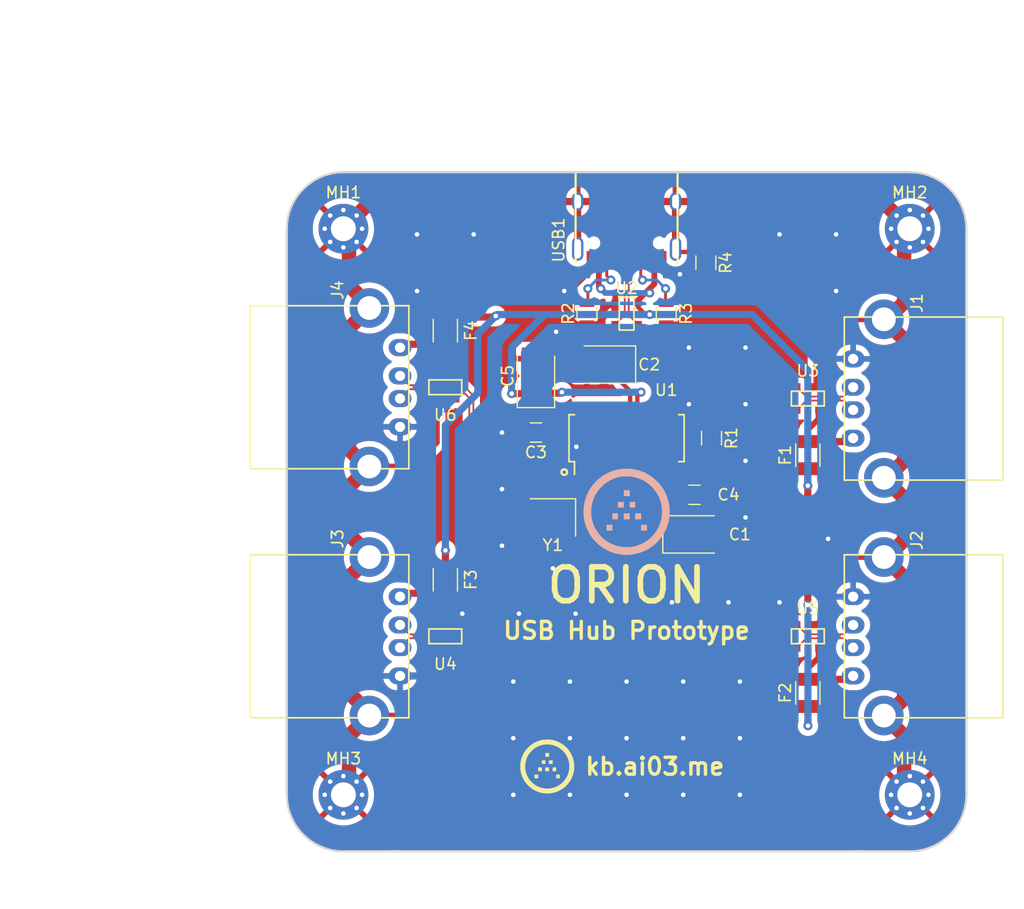
<source format=kicad_pcb>
(kicad_pcb (version 20221018) (generator pcbnew)
  (layers (0 "F.Cu" signal) (31 "B.Cu" signal) (34 "B.Paste" user) (35 "F.Paste" user) (36 "B.SilkS" user "B.Silkscreen") (37 "F.SilkS" user "F.Silkscreen") (38 "B.Mask" user) (39 "F.Mask" user) (44 "Edge.Cuts" user))
  (net 0 "")
  (net 1 "+1V8")
  (net 2 "GND")
  (net 3 "+3V3")
  (net 4 "+5V")
  (net 5 "Net-(R1-Pad1)")
  (net 6 "Net-(R2-Pad2)")
  (net 7 "Net-(R3-Pad2)")
  (net 8 "Net-(U1-Pad27)")
  (net 9 "Net-(U1-Pad25)")
  (net 10 "Net-(U1-Pad24)")
  (net 11 "Net-(U1-Pad23)")
  (net 12 "Net-(U1-Pad22)")
  (net 13 "Net-(U1-Pad3)")
  (net 14 "Net-(U1-Pad2)")
  (net 15 "Net-(USB1-Pad9)")
  (net 16 "Net-(USB1-Pad3)")
  (net 17 "Net-(F1-Pad2)")
  (net 18 "Net-(F2-Pad2)")
  (net 19 "Net-(F3-Pad2)")
  (net 20 "D1-")
  (net 21 "D1+")
  (net 22 "D2+")
  (net 23 "D2-")
  (net 24 "D3-")
  (net 25 "D3+")
  (net 26 "D4+")
  (net 27 "D4-")
  (net 28 "DU+")
  (net 29 "DU-")
  (net 30 "Net-(F4-Pad2)")
  (net 31 "GNDA")
  (footprint "Capacitors_Tantalum_SMD:CP_Tantalum_Case-B_EIA-3528-21_Reflow" (layer "F.Cu") (at 86 72)
    (fp_text reference "C1")
    (fp_text value "10uF")
  )
  (footprint "Capacitors_Tantalum_SMD:CP_Tantalum_Case-B_EIA-3528-21_Reflow" (layer "F.Cu") (at 78 57 180)
    (fp_text reference "C2")
    (fp_text value "10uF")
  )
  (footprint "Capacitors_SMD:C_0805" (layer "F.Cu") (at 72 63 180)
    (fp_text reference "C3")
    (fp_text value "0.1uF")
  )
  (footprint "Capacitors_SMD:C_0805" (layer "F.Cu") (at 86 68.5)
    (fp_text reference "C4")
    (fp_text value "0.1uF")
  )
  (footprint "Capacitors_Tantalum_SMD:CP_Tantalum_Case-B_EIA-3528-21_Reflow" (layer "F.Cu") (at 72 58 90)
    (fp_text reference "C5")
    (fp_text value "10uF")
  )
  (footprint "random-keyboard-parts:USB-A-Generic" (layer "F.Cu") (at 100 81 90)
    (fp_text reference "J2")
    (fp_text value "USB_A")
  )
  (footprint "random-keyboard-parts:USB-A-Generic" (layer "F.Cu") (at 60 59 -90)
    (fp_text reference "J4")
    (fp_text value "USB_A")
  )
  (footprint "Resistors_SMD:R_0805" (layer "F.Cu") (at 87.5 63.5 90)
    (fp_text reference "R1")
    (fp_text value "2.7k")
  )
  (footprint "Resistors_SMD:R_0805" (layer "F.Cu") (at 76.5 52.5 90)
    (fp_text reference "R2")
    (fp_text value "5.1k")
  )
  (footprint "Resistors_SMD:R_0805" (layer "F.Cu") (at 83.5 52.5 90)
    (fp_text reference "R3")
    (fp_text value "5.1k")
  )
  (footprint "Housings_SSOP:SSOP-28_3.9x9.9mm_Pitch0.635mm" (layer "F.Cu") (at 80 63.5 90)
    (fp_text reference "U1")
    (fp_text value "FE1.1s")
  )
  (footprint "Type-C:HRO-TYPE-C-31-M-12-Assembly" (layer "F.Cu") (at 80 40 180)
    (fp_text reference "USB1")
    (fp_text value "HRO-TYPE-C-31-M-12")
  )
  (footprint "random-keyboard-parts:SOT143B" (layer "F.Cu") (at 80 52.5 -90)
    (fp_text reference "U2")
    (fp_text value "PRTR5V0U2X")
  )
  (footprint "Fuse_Holders_and_Fuses:Fuse_SMD1206_Reflow" (layer "F.Cu") (at 96 65 90)
    (fp_text reference "F1")
    (fp_text value "500mA")
  )
  (footprint "Fuse_Holders_and_Fuses:Fuse_SMD1206_Reflow" (layer "F.Cu") (at 96 86 90)
    (fp_text reference "F2")
    (fp_text value "500mA")
  )
  (footprint "Fuse_Holders_and_Fuses:Fuse_SMD1206_Reflow" (layer "F.Cu") (at 64 76 -90)
    (fp_text reference "F3")
    (fp_text value "500mA")
  )
  (footprint "Fuse_Holders_and_Fuses:Fuse_SMD1206_Reflow" (layer "F.Cu") (at 64 54 -90)
    (fp_text reference "F4")
    (fp_text value "500mA")
  )
  (footprint "Crystals:Crystal_SMD_3225-4pin_3.2x2.5mm" (layer "F.Cu") (at 73.5 70.5 180)
    (fp_text reference "Y1")
    (fp_text value "12MHz")
  )
  (footprint "random-keyboard-parts:USB-A-Generic" (layer "F.Cu") (at 60 81 -90)
    (fp_text reference "J3")
    (fp_text value "USB_A")
  )
  (footprint "random-keyboard-parts:USB-A-Generic" (layer "F.Cu") (at 100 60 90)
    (fp_text reference "J1")
    (fp_text value "USB_A")
  )
  (footprint "Mounting_Holes:MountingHole_2.2mm_M2_Pad_Via" (layer "F.Cu") (at 55 45)
    (fp_text reference "MH1")
    (fp_text value "Mounting-Hole-M2")
  )
  (footprint "Mounting_Holes:MountingHole_2.2mm_M2_Pad_Via" (layer "F.Cu") (at 55 95)
    (fp_text reference "MH3")
    (fp_text value "Mounting-Hole-M2")
  )
  (footprint "Mounting_Holes:MountingHole_2.2mm_M2_Pad_Via" (layer "F.Cu") (at 105 95)
    (fp_text reference "MH4")
    (fp_text value "Mounting-Hole-M2")
  )
  (footprint "Mounting_Holes:MountingHole_2.2mm_M2_Pad_Via" (layer "F.Cu") (at 105 45)
    (fp_text reference "MH2")
    (fp_text value "Mounting-Hole-M2")
  )
  (footprint "Resistors_SMD:R_0805" (layer "F.Cu") (at 87 48 90)
    (fp_text reference "R4")
    (fp_text value "0")
  )
  (footprint "locallib:ai-4.8-ring" (layer "F.Cu") (at 73 92.5)
    (fp_text reference "G***" hide)
    (fp_text value "LOGO" hide)
  )
  (footprint "random-keyboard-parts:SOT143B" (layer "F.Cu") (at 96 60 180)
    (fp_text reference "U3")
    (fp_text value "PRTR5V0U2X")
  )
  (footprint "random-keyboard-parts:SOT143B" (layer "F.Cu") (at 64 81)
    (fp_text reference "U4")
    (fp_text value "PRTR5V0U2X")
  )
  (footprint "random-keyboard-parts:SOT143B" (layer "F.Cu") (at 96 81 180)
    (fp_text reference "U5")
    (fp_text value "PRTR5V0U2X")
  )
  (footprint "random-keyboard-parts:SOT143B" (layer "F.Cu") (at 64 59)
    (fp_text reference "U6")
    (fp_text value "PRTR5V0U2X")
  )
  (footprint "locallib:ai-outline-7.6" (layer "B.Cu") (at 80 70 180)
    (fp_text reference "G***" hide)
    (fp_text value "LOGO" hide)
  )
  (gr_line (start 84.5 48) (end 84.5 40) (stroke (width 0.2)) (layer "F.SilkS"))
  (gr_circle (center 74.5 66.5) (end 74.5 66.25) (stroke (width 0.2)) (fill none) (layer "F.SilkS"))
  (gr_line (start 75.5 40) (end 75.5 48) (stroke (width 0.2)) (layer "F.SilkS"))
  (gr_line (start 50 95) (end 50 45) (stroke (width 0.2)) (layer "Edge.Cuts"))
  (gr_line (start 110 45) (end 110 95) (stroke (width 0.2)) (layer "Edge.Cuts"))
  (gr_line (start 55 40) (end 105 40) (stroke (width 0.2)) (layer "Edge.Cuts"))
  (gr_arc (start 110 95) (mid 108.535534 98.535534) (end 105 100) (stroke (width 0.15)) (layer "Edge.Cuts"))
  (gr_line (start 105 100) (end 55 100) (stroke (width 0.2)) (layer "Edge.Cuts"))
  (gr_arc (start 105 40) (mid 108.535534 41.464466) (end 110 45) (stroke (width 0.15)) (layer "Edge.Cuts"))
  (gr_arc (start 55 100) (mid 51.464466 98.535534) (end 50 95) (stroke (width 0.15)) (layer "Edge.Cuts"))
  (gr_arc (start 50 45) (mid 51.464466 41.464466) (end 55 40) (stroke (width 0.15)) (layer "Edge.Cuts"))
  (gr_text "ORION" (at 80 76.5) (layer "F.SilkS") (effects (font (size 3 3) (thickness 0.5))))
  (gr_text "kb.ai03.me" (at 82.5 92.5) (layer "F.SilkS") (effects (font (size 1.5 1.5) (thickness 0.3))))
  (gr_text "USB Hub Prototype" (at 80 80.5) (layer "F.SilkS") (effects (font (size 1.5 1.5) (thickness 0.3))))
  (segment (start 76.835 62.738) (end 81.153 62.738) (width 0.381) (layer "F.Cu") (net 1))
  (segment (start 81.153 62.738) (end 82.042 63.627) (width 0.381) (layer "F.Cu") (net 1))
  (segment (start 75.8725 60.9) (end 75.8725 61.7955) (width 0.381) (layer "F.Cu") (net 1))
  (segment (start 75.8725 61.7955) (end 74.668 63) (width 0.381) (layer "F.Cu") (net 1))
  (segment (start 82.8575 69.7765) (end 84.475 71.394) (width 0.381) (layer "F.Cu") (net 1))
  (segment (start 75.8725 60.9) (end 75.8725 61.7755) (width 0.381) (layer "F.Cu") (net 1))
  (segment (start 82.8575 64.4425) (end 82.8575 66.1) (width 0.381) (layer "F.Cu") (net 1))
  (segment (start 75.8725 61.7755) (end 76.835 62.738) (width 0.381) (layer "F.Cu") (net 1))
  (segment (start 84.475 71.394) (end 84.475 72) (width 0.381) (layer "F.Cu") (net 1))
  (segment (start 82.8575 66.1) (end 82.8575 69.7765) (width 0.381) (layer "F.Cu") (net 1))
  (segment (start 74.668 63) (end 73 63) (width 0.381) (layer "F.Cu") (net 1))
  (segment (start 82.042 63.627) (end 82.8575 64.4425) (width 0.381) (layer "F.Cu") (net 1))
  (segment (start 87 68.5) (end 88 68.5) (width 0.381) (layer "F.Cu") (net 2))
  (segment (start 80 95) (end 85 95) (width 0.635) (layer "F.Cu") (net 2))
  (segment (start 76.775 47.695) (end 76.775 48.701) (width 0.508) (layer "F.Cu") (net 2))
  (segment (start 84.472 53.45) (end 85.546 52.376) (width 0.381) (layer "F.Cu") (net 2))
  (segment (start 87.5 62.55) (end 89 62.55) (width 0.381) (layer "F.Cu") (net 2))
  (segment (start 80 85) (end 85 85) (width 0.635) (layer "F.Cu") (net 2))
  (segment (start 76.5 53.45) (end 77.36 53.45) (width 0.508) (layer "F.Cu") (net 2))
  (segment (start 85.546 52.376) (end 85.546 50.546) (width 0.381) (layer "F.Cu") (net 2))
  (segment (start 75.8725 66.6215) (end 74.168 68.326) (width 0.381) (layer "F.Cu") (net 2))
  (segment (start 74.976 50.5) (end 75.184 50.292) (width 0.381) (layer "F.Cu") (net 2))
  (segment (start 87 48.95) (end 87 50) (width 0.381) (layer "F.Cu") (net 2))
  (segment (start 89.45 62.55) (end 90.5 61.5) (width 0.635) (layer "F.Cu") (net 2))
  (segment (start 90.5 53.5) (end 98.5 45.5) (width 0.635) (layer "F.Cu") (net 2))
  (segment (start 87 50) (end 86.454 50.546) (width 0.381) (layer "F.Cu") (net 2))
  (segment (start 85.546 50.546) (end 84.149 49.149) (width 0.381) (layer "F.Cu") (net 2))
  (segment (start 76.775 48.701) (end 75.184 50.292) (width 0.508) (layer "F.Cu") (net 2))
  (segment (start 74.35 71.35) (end 72.65 69.65) (width 0.254) (layer "F.Cu") (net 2))
  (segment (start 71 63) (end 71 64.269) (width 0.381) (layer "F.Cu") (net 2))
  (segment (start 90.5 55.5) (end 90.5 53.5) (width 0.635) (layer "F.Cu") (net 2))
  (segment (start 69 73) (end 69 68) (width 0.635) (layer "F.Cu") (net 2))
  (segment (start 74.5 50.5) (end 74.976 50.5) (width 0.381) (layer "F.Cu") (net 2))
  (segment (start 65.5 79) (end 70.5 79) (width 0.635) (layer "F.Cu") (net 2))
  (segment (start 75 90) (end 80 90) (width 0.635) (layer "F.Cu") (net 2))
  (segment (start 75.565 64.77) (end 75.565 64.262) (width 0.381) (layer "F.Cu") (net 2))
  (segment (start 73.533 53.721) (end 74.168 53.086) (width 0.381) (layer "F.Cu") (net 2))
  (segment (start 84.276 49.022) (end 84.149 49.149) (width 0.381) (layer "F.Cu") (net 2))
  (segment (start 75.8725 66.1) (end 75.8725 66.6215) (width 0.381) (layer "F.Cu") (net 2))
  (segment (start 70 85) (end 75 85) (width 0.635) (layer "F.Cu") (net 2))
  (segment (start 61.5 45.5) (end 66.5 45.5) (width 0.635) (layer "F.Cu") (net 2))
  (segment (start 77.36 53.45) (end 77.978 52.832) (width 0.508) (layer "F.Cu") (net 2))
  (segment (start 77.978 52.197) (end 77.978 52.832) (width 0.508) (layer "F.Cu") (net 2))
  (segment (start 73.787 54.102) (end 73.533 53.848) (width 0.381) (layer "F.Cu") (net 2))
  (segment (start 87 69.706) (end 87.525 70.231) (width 0.381) (layer "F.Cu") (net 2))
  (segment (start 88.5 68.5) (end 90.5 70.5) (width 0.635) (layer "F.Cu") (net 2))
  (segment (start 87.525 72) (end 87.525 70.231) (width 0.381) (layer "F.Cu") (net 2))
  (segment (start 76.475 57) (end 72.525 57) (width 0.381) (layer "F.Cu") (net 2))
  (segment (start 73.533 68.326) (end 72.4 69.459) (width 0.381) (layer "F.Cu") (net 2))
  (segment (start 75.184 53.086) (end 75.548 53.45) (width 0.508) (layer "F.Cu") (net 2))
  (segment (start 72.525 57) (end 72 56.475) (width 0.381) (layer "F.Cu") (net 2))
  (segment (start 70 95) (end 75 95) (width 0.635) (layer "F.Cu") (net 2))
  (segment (start 90.5 61.5) (end 90.5 60.5) (width 0.635) (layer "F.Cu") (net 2))
  (segment (start 71.501 64.77) (end 71 64.269) (width 0.381) (layer "F.Cu") (net 2))
  (segment (start 74.6 71.35) (end 74.35 71.35) (width 0.381) (layer "F.Cu") (net 2))
  (segment (start 72.4 69.459) (end 72.4 69.65) (width 0.381) (layer "F.Cu") (net 2))
  (segment (start 89.45 62.55) (end 89 62.55) (width 0.635) (layer "F.Cu") (net 2))
  (segment (start 72 56.475) (end 72 55.254) (width 0.381) (layer "F.Cu") (net 2))
  (segment (start 75.8725 66.1) (end 75.8725 65.0775) (width 0.381) (layer "F.Cu") (net 2))
  (segment (start 75.184 50.292) (end 75.184 53.086) (width 0.508) (layer "F.Cu") (net 2))
  (segment (start 79 51.75) (end 78.425 51.75) (width 0.508) (layer "F.Cu") (net 2))
  (segment (start 70 85) (end 70 90) (width 0.635) (layer "F.Cu") (net 2))
  (segment (start 90.5 55.5) (end 85.546 50.546) (width 0.381) (layer "F.Cu") (net 2))
  (segment (start 90.5 60.5) (end 90.5 65.5) (width 0.635) (layer "F.Cu") (net 2))
  (segment (start 72.65 69.65) (end 72.4 69.65) (width 0.381) (layer "F.Cu") (net 2))
  (segment (start 90.5 55.5) (end 85.5 55.5) (width 0.635) (layer "F.Cu") (net 2))
  (segment (start 86.454 50.546) (end 85.546 50.546) (width 0.381) (layer "F.Cu") (net 2))
  (segment (start 84.149 49.149) (end 83.225 48.225) (width 0.381) (layer "F.Cu") (net 2))
  (segment (start 83.225 48.225) (end 83.225 47.695) (width 0.381) (layer "F.Cu") (net 2))
  (segment (start 98.5 45.5) (end 98.5 50.5) (width 0.635) (layer "F.Cu") (net 2))
  (segment (start 85 90) (end 90 90) (width 0.635) (layer "F.Cu") (net 2))
  (segment (start 87 68.5) (end 87 69.706) (width 0.381) (layer "F.Cu") (net 2))
  (segment (start 84.709 49.022) (end 84.276 49.022) (width 0.381) (layer "F.Cu") (net 2))
  (segment (start 88.5 68.5) (end 88 68.5) (width 0.635) (layer "F.Cu") (net 2))
  (segment (start 90.5 60.5) (end 85.5 60.5) (width 0.635) (layer "F.Cu") (net 2))
  (segment (start 75.565 64.77) (end 71.501 64.77) (width 0.381) (layer "F.Cu") (net 2))
  (segment (start 75.8725 65.0775) (end 75.565 64.77) (width 0.381) (layer "F.Cu") (net 2))
  (segment (start 74.168 68.326) (end 73.533 68.326) (width 0.381) (layer "F.Cu") (net 2))
  (segment (start 72 55.254) (end 73.533 53.721) (width 0.381) (layer "F.Cu") (net 2))
  (segment (start 78.425 51.75) (end 77.978 52.197) (width 0.508) (layer "F.Cu") (net 2))
  (segment (start 83.5 53.45) (end 84.472 53.45) (width 0.381) (layer "F.Cu") (net 2))
  (segment (start 93.5 78) (end 89 78) (width 0.635) (layer "F.Cu") (net 2))
  (segment (start 73.533 53.848) (end 73.533 53.721) (width 0.381) (layer "F.Cu") (net 2))
  (segment (start 75.548 53.45) (end 76.5 53.45) (width 0.508) (layer "F.Cu") (net 2))
  (segment (start 74.168 53.086) (end 75.184 53.086) (width 0.381) (layer "F.Cu") (net 2))
  (via (at 98.5 50.5) (size 0.8) (drill 0.4) (layers "F.Cu" "B.Cu") (net 2))
  (via (at 85.5 60.5) (size 0.8) (drill 0.4) (layers "F.Cu" "B.Cu") (net 2))
  (via (at 75 95) (size 0.8) (drill 0.4) (layers "F.Cu" "B.Cu") (net 2))
  (via (at 80 90) (size 0.8) (drill 0.4) (layers "F.Cu" "B.Cu") (net 2))
  (via (at 75.565 64.262) (size 0.8) (drill 0.4) (layers "F.Cu" "B.Cu") (net 2))
  (via (at 80 85) (size 0.8) (drill 0.4) (layers "F.Cu" "B.Cu") (net 2))
  (via (at 75 85) (size 0.8) (drill 0.4) (layers "F.Cu" "B.Cu") (net 2))
  (via (at 61.5 45.5) (size 0.8) (drill 0.4) (layers "F.Cu" "B.Cu") (net 2))
  (via (at 90 85) (size 0.8) (drill 0.4) (layers "F.Cu" "B.Cu") (net 2))
  (via (at 70 95) (size 0.8) (drill 0.4) (layers "F.Cu" "B.Cu") (net 2))
  (via (at 66.5 45.5) (size 0.8) (drill 0.4) (layers "F.Cu" "B.Cu") (net 2))
  (via (at 75 90) (size 0.8) (drill 0.4) (layers "F.Cu" "B.Cu") (net 2))
  (via (at 93.5 78) (size 0.8) (drill 0.4) (layers "F.Cu" "B.Cu") (net 2))
  (via (at 69 63) (size 0.8) (drill 0.4) (layers "F.Cu" "B.Cu") (net 2))
  (via (at 69 68) (size 0.8) (drill 0.4) (layers "F.Cu" "B.Cu") (net 2))
  (via (at 93.5 45.5) (size 0.8) (drill 0.4) (layers "F.Cu" "B.Cu") (net 2))
  (via (at 89 78) (size 0.8) (drill 0.4) (layers "F.Cu" "B.Cu") (net 2))
  (via (at 74.5 50.5) (size 0.8) (drill 0.4) (layers "F.Cu" "B.Cu") (net 2))
  (via (at 80 95) (size 0.8) (drill 0.4) (layers "F.Cu" "B.Cu") (net 2))
  (via (at 65.5 79) (size 0.8) (drill 0.4) (layers "F.Cu" "B.Cu") (net 2))
  (via (at 84 78) (size 0.8) (drill 0.4) (layers "F.Cu" "B.Cu") (net 2))
  (via (at 90 95) (size 0.8) (drill 0.4) (layers "F.Cu" "B.Cu") (net 2))
  (via (at 61.5 50.5) (size 0.8) (drill 0.4) (layers "F.Cu" "B.Cu") (net 2))
  (via (at 69 73) (size 0.8) (drill 0.4) (layers "F.Cu" "B.Cu") (net 2))
  (via (at 70.5 79) (size 0.8) (drill 0.4) (layers "F.Cu" "B.Cu") (net 2))
  (via (at 73.787 54.102) (size 0.8) (drill 0.4) (layers "F.Cu" "B.Cu") (net 2))
  (via (at 90.5 55.5) (size 0.8) (drill 0.4) (layers "F.Cu" "B.Cu") (net 2))
  (via (at 75.5 79) (size 0.8) (drill 0.4) (layers "F.Cu" "B.Cu") (net 2))
  (via (at 90.5 60.5) (size 0.8) (drill 0.4) (layers "F.Cu" "B.Cu") (net 2))
  (via (at 73.5 75) (size 0.8) (drill 0.4) (layers "F.Cu" "B.Cu") (net 2))
  (via (at 85 85) (size 0.8) (drill 0.4) (layers "F.Cu" "B.Cu") (net 2))
  (via (at 90.5 70.5) (size 0.8) (drill 0.4) (layers "F.Cu" "B.Cu") (net 2))
  (via (at 85 95) (size 0.8) (drill 0.4) (layers "F.Cu" "B.Cu") (net 2))
  (via (at 70 85) (size 0.8) (drill 0.4) (layers "F.Cu" "B.Cu") (net 2))
  (via (at 84.709 49.022) (size 0.8) (drill 0.4) (layers "F.Cu" "B.Cu") (net 2))
  (via (at 70 90) (size 0.8) (drill 0.4) (layers "F.Cu" "B.Cu") (net 2))
  (via (at 90 90) (size 0.8) (drill 0.4) (layers "F.Cu" "B.Cu") (net 2))
  (via (at 85 90) (size 0.8) (drill 0.4) (layers "F.Cu" "B.Cu") (net 2))
  (via (at 98.5 45.5) (size 0.8) (drill 0.4) (layers "F.Cu" "B.Cu") (net 2))
  (via (at 97.79 72.39) (size 0.8) (drill 0.4) (layers "F.Cu" "B.Cu") (net 2))
  (via (at 85.5 55.5) (size 0.8) (drill 0.4) (layers "F.Cu" "B.Cu") (net 2))
  (via (at 90.5 65.5) (size 0.8) (drill 0.4) (layers "F.Cu" "B.Cu") (net 2))
  (segment (start 75.565 64.262) (end 75.565 63.119) (width 0.381) (layer "B.Cu") (net 2))
  (segment (start 96 74.18) (end 97.79 72.39) (width 0.508) (layer "B.Cu") (net 2))
  (segment (start 73.025 54.864) (end 73.787 54.102) (width 0.381) (layer "B.Cu") (net 2))
  (segment (start 96 76.5) (end 96 74.18) (width 0.508) (layer "B.Cu") (net 2))
  (segment (start 61.5 84.5) (end 60 84.5) (width 0.381) (layer "B.Cu") (net 2))
  (segment (start 83.947 49.022) (end 84.709 49.022) (width 0.381) (layer "B.Cu") (net 2))
  (segment (start 75.565 63.119) (end 73.025 60.579) (width 0.381) (layer "B.Cu") (net 2))
  (segment (start 90.5 65.5) (end 90.5 70.5) (width 0.635) (layer "B.Cu") (net 2))
  (segment (start 98.5 45.5) (end 93.5 45.5) (width 0.635) (layer "B.Cu") (net 2))
  (segment (start 95 76.5) (end 93.5 78) (width 0.635) (layer "B.Cu") (net 2))
  (segment (start 69 68) (end 69 63) (width 0.635) (layer "B.Cu") (net 2))
  (segment (start 62.5 56.5) (end 68.5 50.5) (width 0.381) (layer "B.Cu") (net 2))
  (segment (start 85 95) (end 90 95) (width 0.635) (layer "B.Cu") (net 2))
  (segment (start 89 78) (end 84 78) (width 0.635) (layer "B.Cu") (net 2))
  (segment (start 96 76.5) (end 95 76.5) (width 0.635) (layer "B.Cu") (net 2))
  (segment (start 97.648 56.5) (end 90.17 49.022) (width 0.508) (layer "B.Cu") (net 2))
  (segment (start 62.5 79) (end 65.5 79) (width 0.635) (layer "B.Cu") (net 2))
  (segment (start 75 95) (end 80 95) (width 0.635) (layer "B.Cu") (net 2))
  (segment (start 70 90) (end 75 90) (width 0.635) (layer "B.Cu") (net 2))
  (segment (start 66.5 50.5) (end 61.5 45.5) (width 0.635) (layer "B.Cu") (net 2))
  (segment (start 97 77.5) (end 96 76.5) (width 0.381) (layer "B.Cu") (net 2))
  (segment (start 80 90) (end 85 90) (width 0.635) (layer "B.Cu") (net 2))
  (segment (start 75.5 79) (end 75.5 77) (width 0.635) (layer "B.Cu") (net 2))
  (segment (start 69.5 84.5) (end 70 85) (width 0.635) (layer "B.Cu") (net 2))
  (segment (start 76.708 48.26) (end 83.185 48.26) (width 0.381) (layer "B.Cu") (net 2))
  (segment (start 70 90) (end 70 95) (width 0.635) (layer "B.Cu") (net 2))
  (segment (start 60 62.5) (end 62.5 62.5) (width 0.381) (layer "B.Cu") (net 2))
  (segment (start 73.025 60.579) (end 73.025 54.864) (width 0.381) (layer "B.Cu") (net 2))
  (segment (start 68.5 50.5) (end 66.5 50.5) (width 0.635) (layer "B.Cu") (net 2))
  (segment (start 74.5 50.468) (end 76.708 48.26) (width 0.381) (layer "B.Cu") (net 2))
  (segment (start 62.5 62.5) (end 62.5 79) (width 0.381) (layer "B.Cu") (net 2))
  (segment (start 85 85) (end 90 85) (width 0.635) (layer "B.Cu") (net 2))
  (segment (start 62.5 62.5) (end 62.5 56.5) (width 0.381) (layer "B.Cu") (net 2))
  (segment (start 83.185 48.26) (end 83.947 49.022) (width 0.381) (layer "B.Cu") (net 2))
  (segment (start 62.5 83.5) (end 61.5 84.5) (width 0.381) (layer "B.Cu") (net 2))
  (segment (start 74.5 50.5) (end 74.5 50.468) (width 0.381) (layer "B.Cu") (net 2))
  (segment (start 60 84.5) (end 69.5 84.5) (width 0.635) (layer "B.Cu") (net 2))
  (segment (start 100 77.5) (end 97 77.5) (width 0.381) (layer "B.Cu") (net 2))
  (segment (start 70.5 79) (end 75.5 79) (width 0.635) (layer "B.Cu") (net 2))
  (segment (start 70.5 79) (end 70.5 74.5) (width 0.635) (layer "B.Cu") (net 2))
  (segment (start 61.5 45.5) (end 61.5 50.5) (width 0.635) (layer "B.Cu") (net 2))
  (segment (start 100 56.5) (end 97.648 56.5) (width 0.508) (layer "B.Cu") (net 2))
  (segment (start 90.5 55.5) (end 90.5 60.5) (width 0.635) (layer "B.Cu") (net 2))
  (segment (start 62.5 79) (end 62.5 83.5) (width 0.381) (layer "B.Cu") (net 2))
  (segment (start 90.5 70.5) (end 90.5 72) (width 0.635) (layer "B.Cu") (net 2))
  (segment (start 75.5 77) (end 73.5 75) (width 0.635) (layer "B.Cu") (net 2))
  (segment (start 75 85) (end 80 85) (width 0.635) (layer "B.Cu") (net 2))
  (segment (start 70.5 74.5) (end 69 73) (width 0.635) (layer "B.Cu") (net 2))
  (segment (start 68.5 50.5) (end 74.5 50.5) (width 0.381) (layer "B.Cu") (net 2))
  (segment (start 90.5 72) (end 95 76.5) (width 0.635) (layer "B.Cu") (net 2))
  (segment (start 90.17 49.022) (end 84.709 49.022) (width 0.508) (layer "B.Cu") (net 2))
  (segment (start 82.2225 60.9) (end 82.2225 62.0575) (width 0.381) (layer "F.Cu") (net 3))
  (segment (start 77.1425 60.9) (end 77.1425 61.7835) (width 0.381) (layer "F.Cu") (net 3))
  (segment (start 81.641 62.111) (end 81.5875 62.0575) (width 0.381) (layer "F.Cu") (net 3))
  (segment (start 81.5875 60.9) (end 81.5875 62.0575) (width 0.381) (layer "F.Cu") (net 3))
  (segment (start 83.4925 64.0615) (end 82.8575 63.4265) (width 0.381) (layer "F.Cu") (net 3))
  (segment (start 82.169 62.111) (end 81.641 62.111) (width 0.381) (layer "F.Cu") (net 3))
  (segment (start 77.1425 61.7835) (end 77.47 62.111) (width 0.381) (layer "F.Cu") (net 3))
  (segment (start 79.525 58.547) (end 79.525 57) (width 0.381) (layer "F.Cu") (net 3))
  (segment (start 82.8575 63.4265) (end 81.641 62.21) (width 0.381) (layer "F.Cu") (net 3))
  (segment (start 82.8575 62.0575) (end 82.804 62.111) (width 0.381) (layer "F.Cu") (net 3))
  (segment (start 81.5875 62.0575) (end 81.534 62.111) (width 0.381) (layer "F.Cu") (net 3))
  (segment (start 80.3175 61.8035) (end 80.3175 60.9) (width 0.381) (layer "F.Cu") (net 3))
  (segment (start 83.4925 66.9925) (end 85 68.5) (width 0.381) (layer "F.Cu") (net 3))
  (segment (start 80.01 62.111) (end 80.3175 61.8035) (width 0.381) (layer "F.Cu") (net 3))
  (segment (start 81.641 62.21) (end 81.641 62.111) (width 0.381) (layer "F.Cu") (net 3))
  (segment (start 80.3175 60.9) (end 80.3175 59.3395) (width 0.381) (layer "F.Cu") (net 3))
  (segment (start 83.4925 66.1) (end 83.4925 64.0615) (width 0.381) (layer "F.Cu") (net 3))
  (segment (start 80.3175 59.3395) (end 79.525 58.547) (width 0.381) (layer "F.Cu") (net 3))
  (segment (start 80.625 62.111) (end 80.3175 61.8035) (width 0.381) (layer "F.Cu") (net 3))
  (segment (start 81.534 62.111) (end 80.625 62.111) (width 0.381) (layer "F.Cu") (net 3))
  (segment (start 82.2225 62.0575) (end 82.169 62.111) (width 0.381) (layer "F.Cu") (net 3))
  (segment (start 82.804 62.111) (end 82.169 62.111) (width 0.381) (layer "F.Cu") (net 3))
  (segment (start 83.4925 66.1) (end 83.4925 66.9925) (width 0.381) (layer "F.Cu") (net 3))
  (segment (start 77.47 62.111) (end 80.01 62.111) (width 0.381) (layer "F.Cu") (net 3))
  (segment (start 82.8575 60.9) (end 82.8575 62.0575) (width 0.381) (layer "F.Cu") (net 3))
  (segment (start 64.008 73.406) (end 64.008 74.792) (width 0.635) (layer "F.Cu") (net 4))
  (segment (start 71.962 59.563) (end 72 59.525) (width 0.635) (layer "F.Cu") (net 4))
  (segment (start 82.042 50.546) (end 81.915 50.419) (width 0.508) (layer "F.Cu") (net 4))
  (segment (start 80.9525 60.9) (end 80.9525 59.7635) (width 0.381) (layer "F.Cu") (net 4))
  (segment (start 82.45 49.884) (end 81.915 50.419) (width 0.508) (layer "F.Cu") (net 4))
  (segment (start 81 51.55) (end 81 51.917) (width 0.381) (layer "F.Cu") (net 4))
  (segment (start 77.55 47.695) (end 77.55 50.118) (width 0.508) (layer "F.Cu") (net 4))
  (segment (start 96 67.691) (end 96 78.22) (width 0.635) (layer "F.Cu") (net 4))
  (segment (start 82.45 47.695) (end 82.45 49.884) (width 0.508) (layer "F.Cu") (net 4))
  (segment (start 81 51.334) (end 81 51.55) (width 0.508) (layer "F.Cu") (net 4))
  (segment (start 81.661 52.578) (end 82.042 52.578) (width 0.381) (layer "F.Cu") (net 4))
  (segment (start 80.9525 59.7635) (end 81.28 59.436) (width 0.381) (layer "F.Cu") (net 4))
  (segment (start 74.206 59.525) (end 74.295 59.436) (width 0.635) (layer "F.Cu") (net 4))
  (segment (start 96.012 88.9) (end 96.012 87.212) (width 0.635) (layer "F.Cu") (net 4))
  (segment (start 96 67.691) (end 96 66.2) (width 0.635) (layer "F.Cu") (net 4))
  (segment (start 68.358 52.8) (end 68.453 52.705) (width 0.635) (layer "F.Cu") (net 4))
  (segment (start 64 52.8) (end 68.358 52.8) (width 0.635) (layer "F.Cu") (net 4))
  (segment (start 81 51.917) (end 81.661 52.578) (width 0.381) (layer "F.Cu") (net 4))
  (segment (start 77.55 50.118) (end 77.724 50.292) (width 0.508) (layer "F.Cu") (net 4))
  (segment (start 72 59.525) (end 74.206 59.525) (width 0.635) (layer "F.Cu") (net 4))
  (segment (start 96.012 87.212) (end 96 87.2) (width 0.635) (layer "F.Cu") (net 4))
  (segment (start 64.008 74.792) (end 64 74.8) (width 0.635) (layer "F.Cu") (net 4))
  (segment (start 96 78.22) (end 96.012 78.232) (width 0.635) (layer "F.Cu") (net 4))
  (segment (start 82.042 50.673) (end 82.042 50.546) (width 0.508) (layer "F.Cu") (net 4))
  (segment (start 69.85 59.563) (end 71.962 59.563) (width 0.635) (layer "F.Cu") (net 4))
  (segment (start 81.915 50.419) (end 81 51.334) (width 0.508) (layer "F.Cu") (net 4))
  (via (at 81.28 59.436) (size 0.8) (drill 0.4) (layers "F.Cu" "B.Cu") (net 4))
  (via (at 96.012 88.9) (size 0.8) (drill 0.4) (layers "F.Cu" "B.Cu") (net 4))
  (via (at 96.012 78.232) (size 0.8) (drill 0.4) (layers "F.Cu" "B.Cu") (net 4))
  (via (at 77.724 50.292) (size 0.8) (drill 0.4) (layers "F.Cu" "B.Cu") (net 4))
  (via (at 82.042 50.673) (size 0.8) (drill 0.4) (layers "F.Cu" "B.Cu") (net 4))
  (via (at 74.295 59.436) (size 0.8) (drill 0.4) (layers "F.Cu" "B.Cu") (net 4))
  (via (at 69.85 59.563) (size 0.8) (drill 0.4) (layers "F.Cu" "B.Cu") (net 4))
  (via (at 68.453 52.705) (size 0.8) (drill 0.4) (layers "F.Cu" "B.Cu") (net 4))
  (via (at 64.008 73.406) (size 0.8) (drill 0.4) (layers "F.Cu" "B.Cu") (net 4))
  (via (at 82.042 52.578) (size 0.8) (drill 0.4) (layers "F.Cu" "B.Cu") (net 4))
  (via (at 96 67.691) (size 0.8) (drill 0.4) (layers "F.Cu" "B.Cu") (net 4))
  (segment (start 66.865 54.293) (end 67.658 53.5) (width 0.635) (layer "B.Cu") (net 4))
  (segment (start 69.85 59.563) (end 69.85 55.499) (width 0.635) (layer "B.Cu") (net 4))
  (segment (start 72.771 52.578) (end 68.58 52.578) (width 0.635) (layer "B.Cu") (net 4))
  (segment (start 69.85 55.499) (end 72.771 52.578) (width 0.635) (layer "B.Cu") (net 4))
  (segment (start 96.012 78.232) (end 96.012 88.9) (width 0.635) (layer "B.Cu") (net 4))
  (segment (start 78.105 50.673) (end 82.042 50.673) (width 0.508) (layer "B.Cu") (net 4))
  (segment (start 72.771 52.578) (end 82.042 52.578) (width 0.635) (layer "B.Cu") (net 4))
  (segment (start 82.042 52.578) (end 91.078 52.578) (width 0.635) (layer "B.Cu") (net 4))
  (segment (start 91.078 52.578) (end 96 57.5) (width 0.635) (layer "B.Cu") (net 4))
  (segment (start 96 57.5) (end 96 67.691) (width 0.635) (layer "B.Cu") (net 4))
  (segment (start 74.295 59.436) (end 81.28 59.436) (width 0.635) (layer "B.Cu") (net 4))
  (segment (start 64.008 62.357) (end 66.865 59.5) (width 0.635) (layer "B.Cu") (net 4))
  (segment (start 67.658 53.5) (end 68.453 52.705) (width 0.635) (layer "B.Cu") (net 4))
  (segment (start 77.724 50.292) (end 78.105 50.673) (width 0.508) (layer "B.Cu") (net 4))
  (segment (start 64.008 73.406) (end 64.008 62.357) (width 0.635) (layer "B.Cu") (net 4))
  (segment (start 68.58 52.578) (end 68.453 52.705) (width 0.635) (layer "B.Cu") (net 4))
  (segment (start 66.865 59.5) (end 66.865 54.293) (width 0.635) (layer "B.Cu") (net 4))
  (segment (start 84.1275 66.1) (end 85.85 66.1) (width 0.254) (layer "F.Cu") (net 5))
  (segment (start 85.85 66.1) (end 87.5 64.45) (width 0.254) (layer "F.Cu") (net 5))
  (segment (start 76.581 51.469) (end 76.5 51.55) (width 0.254) (layer "F.Cu") (net 6))
  (segment (start 78.25 49.167) (end 78.613 49.53) (width 0.254) (layer "F.Cu") (net 6))
  (segment (start 78.25 47.695) (end 78.25 49.167) (width 0.254) (layer "F.Cu") (net 6))
  (segment (start 76.581 50.292) (end 76.581 51.469) (width 0.254) (layer "F.Cu") (net 6))
  (via (at 76.581 50.292) (size 0.8) (drill 0.4) (layers "F.Cu" "B.Cu") (net 6))
  (via (at 78.613 49.53) (size 0.8) (drill 0.4) (layers "F.Cu" "B.Cu") (net 6))
  (segment (start 78.613 49.53) (end 77.343 49.53) (width 0.254) (layer "B.Cu") (net 6))
  (segment (start 77.343 49.53) (end 76.581 50.292) (width 0.254) (layer "B.Cu") (net 6))
  (segment (start 81.25 49.373) (end 81.407 49.53) (width 0.254) (layer "F.Cu") (net 7))
  (segment (start 83.439 50.292) (end 83.439 51.489) (width 0.254) (layer "F.Cu") (net 7))
  (segment (start 83.439 51.489) (end 83.5 51.55) (width 0.254) (layer "F.Cu") (net 7))
  (segment (start 81.25 47.695) (end 81.25 49.373) (width 0.254) (layer "F.Cu") (net 7))
  (via (at 83.439 50.292) (size 0.8) (drill 0.4) (layers "F.Cu" "B.Cu") (net 7))
  (via (at 81.407 49.53) (size 0.8) (drill 0.4) (layers "F.Cu" "B.Cu") (net 7))
  (segment (start 82.677 49.53) (end 83.439 50.292) (width 0.254) (layer "B.Cu") (net 7))
  (segment (start 81.407 49.53) (end 82.677 49.53) (width 0.254) (layer "B.Cu") (net 7))
  (segment (start 75.946 68.326) (end 75.946 72.136) (width 0.254) (layer "F.Cu") (net 13))
  (segment (start 77.1425 66.1) (end 77.1425 67.1295) (width 0.254) (layer "F.Cu") (net 13))
  (segment (start 77.1425 67.1295) (end 75.946 68.326) (width 0.254) (layer "F.Cu") (net 13))
  (segment (start 72.4 71.511) (end 72.4 71.35) (width 0.254) (layer "F.Cu") (net 13))
  (segment (start 75.946 72.136) (end 75.565 72.517) (width 0.254) (layer "F.Cu") (net 13))
  (segment (start 73.406 72.517) (end 72.4 71.511) (width 0.254) (layer "F.Cu") (net 13))
  (segment (start 75.565 72.517) (end 73.406 72.517) (width 0.254) (layer "F.Cu") (net 13))
  (segment (start 74.6 69.65) (end 74.6 68.8365) (width 0.254) (layer "F.Cu") (net 14))
  (segment (start 76.5075 66.1) (end 76.5075 66.929) (width 0.254) (layer "F.Cu") (net 14))
  (segment (start 74.6 68.8365) (end 76.5075 66.929) (width 0.254) (layer "F.Cu") (net 14))
  (segment (start 96 63.8) (end 99.7 63.8) (width 0.635) (layer "F.Cu") (net 17))
  (segment (start 99.7 63.8) (end 100 63.5) (width 0.635) (layer "F.Cu") (net 17))
  (segment (start 96.95 61) (end 96.95 61.8) (width 0.508) (layer "F.Cu") (net 17))
  (segment (start 96.95 61.8) (end 96 62.75) (width 0.508) (layer "F.Cu") (net 17))
  (segment (start 96 62.75) (end 96 63.8) (width 0.508) (layer "F.Cu") (net 17))
  (segment (start 96 84.8) (end 99.7 84.8) (width 0.635) (layer "F.Cu") (net 18))
  (segment (start 96 83.832) (end 96 84.8) (width 0.508) (layer "F.Cu") (net 18))
  (segment (start 96.95 82) (end 96.95 82.882) (width 0.508) (layer "F.Cu") (net 18))
  (segment (start 96.95 82.882) (end 96 83.832) (width 0.508) (layer "F.Cu") (net 18))
  (segment (start 99.7 84.8) (end 100 84.5) (width 0.635) (layer "F.Cu") (net 18))
  (segment (start 63.05 80) (end 63.05 79.19) (width 0.508) (layer "F.Cu") (net 19))
  (segment (start 63.05 79.19) (end 64 78.24) (width 0.508) (layer "F.Cu") (net 19))
  (segment (start 64 77.2) (end 60.3 77.2) (width 0.635) (layer "F.Cu") (net 19))
  (segment (start 64 78.24) (end 64 77.2) (width 0.508) (layer "F.Cu") (net 19))
  (segment (start 60.3 77.2) (end 60 77.5) (width 0.635) (layer "F.Cu") (net 19))
  (segment (start 94.629 60.579) (end 95.05 61) (width 0.1524) (layer "F.Cu") (net 20))
  (segment (start 81.7272 74.104648) (end 82.857352 75.2348) (width 0.1524) (layer "F.Cu") (net 20))
  (segment (start 95.8722 60.1778) (end 95.05 61) (width 0.1524) (layer "F.Cu") (net 20))
  (segment (start 93.98 60.579) (end 94.629 60.579) (width 0.1524) (layer "F.Cu") (net 20))
  (segment (start 82.857352 75.2348) (end 89.227648 75.2348) (width 0.1524) (layer "F.Cu") (net 20))
  (segment (start 81.5875 66.1) (end 81.5875 67.000001) (width 0.1524) (layer "F.Cu") (net 20))
  (segment (start 89.227648 75.2348) (end 93.3958 71.066648) (width 0.1524) (layer "F.Cu") (net 20))
  (segment (start 81.5875 67.000001) (end 81.7272 67.139701) (width 0.1524) (layer "F.Cu") (net 20))
  (segment (start 93.3958 61.157095) (end 93.552895 61) (width 0.1524) (layer "F.Cu") (net 20))
  (segment (start 100 61) (end 99.1778 60.1778) (width 0.1524) (layer "F.Cu") (net 20))
  (segment (start 93.3958 71.066648) (end 93.3958 61.157095) (width 0.1524) (layer "F.Cu") (net 20))
  (segment (start 93.559 61) (end 93.98 60.579) (width 0.1524) (layer "F.Cu") (net 20))
  (segment (start 93.552895 61) (end 93.559 61) (width 0.1524) (layer "F.Cu") (net 20))
  (segment (start 99.1778 60.1778) (end 95.8722 60.1778) (width 0.1524) (layer "F.Cu") (net 20))
  (segment (start 81.7272 67.139701) (end 81.7272 74.104648) (width 0.1524) (layer "F.Cu") (net 20))
  (segment (start 82.2225 67.000001) (end 82.0828 67.139701) (width 0.1524) (layer "F.Cu") (net 21))
  (segment (start 82.0828 73.957352) (end 83.004648 74.8792) (width 0.1524) (layer "F.Cu") (net 21))
  (segment (start 82.2225 66.1) (end 82.2225 67.000001) (width 0.1524) (layer "F.Cu") (net 21))
  (segment (start 82.0828 67.139701) (end 82.0828 73.957352) (width 0.1524) (layer "F.Cu") (net 21))
  (segment (start 83.004648 74.8792) (end 89.080352 74.8792) (width 0.1524) (layer "F.Cu") (net 21))
  (segment (start 93.0402 70.919352) (end 93.0402 61.0098) (width 0.1524) (layer "F.Cu") (net 21))
  (segment (start 95.8722 59.8222) (end 95.05 59) (width 0.1524) (layer "F.Cu") (net 21))
  (segment (start 89.080352 74.8792) (end 93.0402 70.919352) (width 0.1524) (layer "F.Cu") (net 21))
  (segment (start 93.0402 61.0098) (end 93.301447 60.748553) (width 0.1524) (layer "F.Cu") (net 21))
  (segment (start 99.1778 59.8222) (end 95.8722 59.8222) (width 0.1524) (layer "F.Cu") (net 21))
  (segment (start 100 59) (end 99.1778 59.8222) (width 0.1524) (layer "F.Cu") (net 21))
  (segment (start 93.301447 60.748553) (end 95.05 59) (width 0.1524) (layer "F.Cu") (net 21))
  (segment (start 80.9525 67.000001) (end 80.8128 67.139701) (width 0.1524) (layer "F.Cu") (net 22))
  (segment (start 99.1778 80.8222) (end 100 80) (width 0.1524) (layer "F.Cu") (net 22))
  (segment (start 96.139 80.8222) (end 95.8722 80.8222) (width 0.1524) (layer "F.Cu") (net 22))
  (segment (start 80.8128 67.139701) (end 80.8128 77.386352) (width 0.1524) (layer "F.Cu") (net 22))
  (segment (start 84.248648 80.8222) (end 94.107 80.8222) (width 0.1524) (layer "F.Cu") (net 22))
  (segment (start 94.107 80.8222) (end 94.2278 80.8222) (width 0.1524) (layer "F.Cu") (net 22))
  (segment (start 80.8128 77.386352) (end 84.248648 80.8222) (width 0.1524) (layer "F.Cu") (net 22))
  (segment (start 95.8722 80.8222) (end 95.05 80) (width 0.1524) (layer "F.Cu") (net 22))
  (segment (start 94.2278 80.8222) (end 95.05 80) (width 0.1524) (layer "F.Cu") (net 22))
  (segment (start 96.139 80.8222) (end 99.1778 80.8222) (width 0.1524) (layer "F.Cu") (net 22))
  (segment (start 80.9525 66.1) (end 80.9525 67.000001) (width 0.1524) (layer "F.Cu") (net 22))
  (segment (start 80.3175 66.1) (end 80.3175 67.000001) (width 0.1524) (layer "F.Cu") (net 23))
  (segment (start 80.4572 77.533648) (end 84.101352 81.1778) (width 0.1524) (layer "F.Cu") (net 23))
  (segment (start 95.8722 81.1778) (end 95.05 82) (width 0.1524) (layer "F.Cu") (net 23))
  (segment (start 96.266 81.1778) (end 95.8722 81.1778) (width 0.1524) (layer "F.Cu") (net 23))
  (segment (start 80.3175 67.000001) (end 80.4572 67.139701) (width 0.1524) (layer "F.Cu") (net 23))
  (segment (start 80.4572 67.139701) (end 80.4572 77.533648) (width 0.1524) (layer "F.Cu") (net 23))
  (segment (start 94.2278 81.1778) (end 95.05 82) (width 0.1524) (layer "F.Cu") (net 23))
  (segment (start 93.726 81.1778) (end 94.2278 81.1778) (width 0.1524) (layer "F.Cu") (net 23))
  (segment (start 84.101352 81.1778) (end 93.726 81.1778) (width 0.1524) (layer "F.Cu") (net 23))
  (segment (start 99.1778 81.1778) (end 100 82) (width 0.1524) (layer "F.Cu") (net 23))
  (segment (start 96.266 81.1778) (end 99.1778 81.1778) (width 0.1524) (layer "F.Cu") (net 23))
  (segment (start 79.0475 67.000001) (end 79.1872 67.139701) (width 0.1524) (layer "F.Cu") (net 24))
  (segment (start 64.1278 80.8222) (end 64.95 80) (width 0.1524) (layer "F.Cu") (net 24))
  (segment (start 79.1872 77.406352) (end 75.771352 80.8222) (width 0.1524) (layer "F.Cu") (net 24))
  (segment (start 62.23 80.8222) (end 60.8222 80.8222) (width 0.1524) (layer "F.Cu") (net 24))
  (segment (start 62.23 80.8222) (end 64.1278 80.8222) (width 0.1524) (layer "F.Cu") (net 24))
  (segment (start 79.0475 66.1) (end 79.0475 67.000001) (width 0.1524) (layer "F.Cu") (net 24))
  (segment (start 65.7722 80.8222) (end 64.95 80) (width 0.1524) (layer "F.Cu") (net 24))
  (segment (start 79.1872 67.139701) (end 79.1872 77.406352) (width 0.1524) (layer "F.Cu") (net 24))
  (segment (start 75.771352 80.8222) (end 66.167 80.8222) (width 0.1524) (layer "F.Cu") (net 24))
  (segment (start 66.167 80.8222) (end 65.7722 80.8222) (width 0.1524) (layer "F.Cu") (net 24))
  (segment (start 60.8222 80.8222) (end 60 80) (width 0.1524) (layer "F.Cu") (net 24))
  (segment (start 66.421 81.1778) (end 65.7722 81.1778) (width 0.1524) (layer "F.Cu") (net 25))
  (segment (start 64.1278 81.1778) (end 64.95 82) (width 0.1524) (layer "F.Cu") (net 25))
  (segment (start 63.754 81.1778) (end 64.1278 81.1778) (width 0.1524) (layer "F.Cu") (net 25))
  (segment (start 79.5428 77.553648) (end 75.918648 81.1778) (width 0.1524) (layer "F.Cu") (net 25))
  (segment (start 79.6825 66.1) (end 79.6825 67.000001) (width 0.1524) (layer "F.Cu") (net 25))
  (segment (start 65.7722 81.1778) (end 64.95 82) (width 0.1524) (layer "F.Cu") (net 25))
  (segment (start 75.918648 81.1778) (end 66.421 81.1778) (width 0.1524) (layer "F.Cu") (net 25))
  (segment (start 63.754 81.1778) (end 60.8222 81.1778) (width 0.1524) (layer "F.Cu") (net 25))
  (segment (start 79.6825 67.000001) (end 79.5428 67.139701) (width 0.1524) (layer "F.Cu") (net 25))
  (segment (start 79.5428 67.139701) (end 79.5428 77.553648) (width 0.1524) (layer "F.Cu") (net 25))
  (segment (start 60.8222 81.1778) (end 60 82) (width 0.1524) (layer "F.Cu") (net 25))
  (segment (start 75.511648 77.1398) (end 78.2728 74.378648) (width 0.1524) (layer "F.Cu") (net 26))
  (segment (start 70.284352 77.1398) (end 75.511648 77.1398) (width 0.1524) (layer "F.Cu") (net 26))
  (segment (start 78.2728 74.378648) (end 78.2728 67.139701) (width 0.1524) (layer "F.Cu") (net 26))
  (segment (start 65.437 59.563) (end 65.7352 59.563) (width 0.1524) (layer "F.Cu") (net 26))
  (segment (start 64.1278 59.1778) (end 64.95 60) (width 0.1524) (layer "F.Cu") (net 26))
  (segment (start 60.8222 59.1778) (end 60 60) (width 0.1524) (layer "F.Cu") (net 26))
  (segment (start 65 60) (end 65.437 59.563) (width 0.1524) (layer "F.Cu") (net 26))
  (segment (start 65.7352 59.563) (end 66.1162 59.944) (width 0.1524) (layer "F.Cu") (net 26))
  (segment (start 64.95 60) (end 65 60) (width 0.1524) (layer "F.Cu") (net 26))
  (segment (start 78.4125 67.000001) (end 78.4125 66.1) (width 0.1524) (layer "F.Cu") (net 26))
  (segment (start 64.008 59.1778) (end 64.1278 59.1778) (width 0.1524) (layer "F.Cu") (net 26))
  (segment (start 64.008 59.1778) (end 60.8222 59.1778) (width 0.1524) (layer "F.Cu") (net 26))
  (segment (start 66.1162 59.944) (end 66.1162 72.971648) (width 0.1524) (layer "F.Cu") (net 26))
  (segment (start 66.1162 72.971648) (end 70.284352 77.1398) (width 0.1524) (layer "F.Cu") (net 26))
  (segment (start 78.2728 67.139701) (end 78.4125 67.000001) (width 0.1524) (layer "F.Cu") (net 26))
  (segment (start 60.8222 58.8222) (end 60 58) (width 0.1524) (layer "F.Cu") (net 27))
  (segment (start 66.4718 59.7408) (end 64.95 58.219) (width 0.1524) (layer "F.Cu") (net 27))
  (segment (start 77.7775 67.000001) (end 77.9172 67.139701) (width 0.1524) (layer "F.Cu") (net 27))
  (segment (start 77.7775 66.1) (end 77.7775 67.000001) (width 0.1524) (layer "F.Cu") (net 27))
  (segment (start 63.754 58.8222) (end 60.8222 58.8222) (width 0.1524) (layer "F.Cu") (net 27))
  (segment (start 63.754 58.8222) (end 64.1278 58.8222) (width 0.1524) (layer "F.Cu") (net 27))
  (segment (start 70.431648 76.7842) (end 66.4718 72.824352) (width 0.1524) (layer "F.Cu") (net 27))
  (segment (start 77.9172 74.231352) (end 75.364352 76.7842) (width 0.1524) (layer "F.Cu") (net 27))
  (segment (start 77.9172 67.139701) (end 77.9172 74.231352) (width 0.1524) (layer "F.Cu") (net 27))
  (segment (start 64.95 58.219) (end 64.95 58) (width 0.1524) (layer "F.Cu") (net 27))
  (segment (start 64.1278 58.8222) (end 64.95 58) (width 0.1524) (layer "F.Cu") (net 27))
  (segment (start 66.4718 72.824352) (end 66.4718 59.7408) (width 0.1524) (layer "F.Cu") (net 27))
  (segment (start 75.364352 76.7842) (end 70.431648 76.7842) (width 0.1524) (layer "F.Cu") (net 27))
  (segment (start 79.25 47.695) (end 79.25 48.516) (width 0.1524) (layer "F.Cu") (net 28))
  (segment (start 79.8195 49.0855) (end 79.8322 49.0855) (width 0.1524) (layer "F.Cu") (net 28))
  (segment (start 81.790552 54.229) (end 83.6322 56.070648) (width 0.1524) (layer "F.Cu") (net 28))
  (segment (start 80.25 47.695) (end 80.25 48.6677) (width 0.1524) (layer "F.Cu") (net 28))
  (segment (start 83.6322 56.070648) (end 83.6322 59.860299) (width 0.1524) (layer "F.Cu") (net 28))
  (segment (start 79 53.45) (end 79.779 54.229) (width 0.1524) (layer "F.Cu") (net 28))
  (segment (start 79.8322 52.6178) (end 79.8322 49.456352) (width 0.1524) (layer "F.Cu") (net 28))
  (segment (start 79 53.45) (end 79.8322 52.6178) (width 0.1524) (layer "F.Cu") (net 28))
  (segment (start 79.8322 49.456352) (end 79.8322 49.0855) (width 0.1524) (layer "F.Cu") (net 28))
  (segment (start 79.779 54.229) (end 81.790552 54.229) (width 0.1524) (layer "F.Cu") (net 28))
  (segment (start 83.6322 59.860299) (end 83.4925 59.999999) (width 0.1524) (layer "F.Cu") (net 28))
  (segment (start 80.25 48.6677) (end 79.8322 49.0855) (width 0.1524) (layer "F.Cu") (net 28))
  (segment (start 83.4925 59.999999) (end 83.4925 60.9) (width 0.1524) (layer "F.Cu") (net 28))
  (segment (start 79.25 48.516) (end 79.8195 49.0855) (width 0.1524) (layer "F.Cu") (net 28))
  (segment (start 80.1878 49.2506) (end 80.75 48.6884) (width 0.1524) (layer "F.Cu") (net 29))
  (segment (start 83.9878 55.923352) (end 83.9878 59.860299) (width 0.1524) (layer "F.Cu") (net 29))
  (segment (start 80.5815 46.609) (end 79.9465 46.609) (width 0.1524) (layer "F.Cu") (net 29))
  (segment (start 79.75 46.8055) (end 79.75 47.695) (width 0.1524) (layer "F.Cu") (net 29))
  (segment (start 80.75 46.7775) (end 80.5815 46.609) (width 0.1524) (layer "F.Cu") (net 29))
  (segment (start 80.1878 52.6378) (end 80.1878 49.2506) (width 0.1524) (layer "F.Cu") (net 29))
  (segment (start 79.9465 46.609) (end 79.75 46.8055) (width 0.1524) (layer "F.Cu") (net 29))
  (segment (start 81 53.45) (end 80.1878 52.6378) (width 0.1524) (layer "F.Cu") (net 29))
  (segment (start 81.534 53.848) (end 81.912448 53.848) (width 0.1524) (layer "F.Cu") (net 29))
  (segment (start 84.1275 59.999999) (end 84.1275 60.9) (width 0.1524) (layer "F.Cu") (net 29))
  (segment (start 80.75 47.695) (end 80.75 46.7775) (width 0.1524) (layer "F.Cu") (net 29))
  (segment (start 81.136 53.45) (end 81.534 53.848) (width 0.1524) (layer "F.Cu") (net 29))
  (segment (start 81.912448 53.848) (end 83.9878 55.923352) (width 0.1524) (layer "F.Cu") (net 29))
  (segment (start 83.9878 59.860299) (end 84.1275 59.999999) (width 0.1524) (layer "F.Cu") (net 29))
  (segment (start 80.75 48.641) (end 80.75 47.695) (width 0.1524) (layer "F.Cu") (net 29))
  (segment (start 81 53.45) (end 81.136 53.45) (width 0.1524) (layer "F.Cu") (net 29))
  (segment (start 80.75 48.6884) (end 80.75 48.641) (width 0.1524) (layer "F.Cu") (net 29))
  (segment (start 63.05 58) (end 63.05 57.219) (width 0.508) (layer "F.Cu") (net 30))
  (segment (start 64 55.2) (end 60.3 55.2) (width 0.635) (layer "F.Cu") (net 30))
  (segment (start 64 56.269) (end 64 55.2) (width 0.508) (layer "F.Cu") (net 30))
  (segment (start 63.05 57.219) (end 64 56.269) (width 0.508) (layer "F.Cu") (net 30))
  (segment (start 60.3 55.2) (end 60 55.5) (width 0.635) (layer "F.Cu") (net 30))
  (segment (start 104.5 89.79) (end 104.5 94.5) (width 1.27) (layer "F.Cu") (net 31))
  (segment (start 55.5 67.79) (end 57.29 66) (width 1.27) (layer "F.Cu") (net 31))
  (segment (start 104.5 51.5) (end 104.5 45.5) (width 1.27) (layer "F.Cu") (net 31))
  (segment (start 57.29 73.79) (end 55.5 72) (width 1.27) (layer "F.Cu") (net 31))
  (segment (start 55.5 53.79) (end 57.29 52) (width 1.27) (layer "F.Cu") (net 31))
  (segment (start 57.29 88) (end 55.5 89.79) (width 1.27) (layer "F.Cu") (net 31))
  (segment (start 87 42.6) (end 86 42.6) (width 1.27) (layer "F.Cu") (net 31))
  (segment (start 55.5 86) (end 55.5 75.79) (width 1.27) (layer "F.Cu") (net 31))
  (segment (start 99.99 74) (end 102.71 74) (width 0.508) (layer "F.Cu") (net 31))
  (segment (start 102.71 53) (end 103 53) (width 1.27) (layer "F.Cu") (net 31))
  (segment (start 104.5 75.79) (end 102.71 74) (width 1.27) (layer "F.Cu") (net 31))
  (segment (start 104.5 72.5) (end 104.5 68.79) (width 1.27) (layer "F.Cu") (net 31))
  (segment (start 104.5 45.5) (end 105 45) (width 1.27) (layer "F.Cu") (net 31))
  (segment (start 103 88) (end 104.5 86.5) (width 1.27) (layer "F.Cu") (net 31))
  (segment (start 102.71 67) (end 103 67) (width 1.27) (layer "F.Cu") (net 31))
  (segment (start 57.29 87.79) (end 55.5 86) (width 1.27) (layer "F.Cu") (net 31))
  (segment (start 63.25 60) (end 63.25 63.877) (width 0.508) (layer "F.Cu") (net 31))
  (segment (start 61.127 66) (end 57.29 66) (width 0.508) (layer "F.Cu") (net 31))
  (segment (start 55.5 50) (end 55.5 45.5) (width 1.27) (layer "F.Cu") (net 31))
  (segment (start 99.482 74) (end 99.99 74) (width 0.508) (layer "F.Cu") (net 31))
  (segment (start 103 67) (end 104.5 65.5) (width 1.27) (layer "F.Cu") (net 31))
  (segment (start 104.5 94.5) (end 105 95) (width 1.27) (layer "F.Cu") (net 31))
  (segment (start 57.29 66) (end 57 66) (width 1.27) (layer "F.Cu") (net 31))
  (segment (start 102.71 88) (end 103 88) (width 1.27) (layer "F.Cu") (net 31))
  (segment (start 96.75 55.65) (end 96.75 59) (width 0.508) (layer "F.Cu") (net 31))
  (segment (start 84.32 42.6) (end 75.68 42.6) (width 0.635) (layer "F.Cu") (net 31))
  (segment (start 97.155 79.595) (end 97.155 76.327) (width 0.508) (layer "F.Cu") (net 31))
  (segment (start 57.29 74) (end 57.29 73.79) (width 1.27) (layer "F.Cu") (net 31))
  (segment (start 104.5 68.79) (end 102.71 67) (width 1.27) (layer "F.Cu") (net 31))
  (segment (start 55.5 75.79) (end 57.29 74) (width 1.27) (layer "F.Cu") (net 31))
  (segment (start 57.4 42.6) (end 74 42.6) (width 1.27) (layer "F.Cu") (net 31))
  (segment (start 104.5 54.79) (end 102.71 53) (width 1.27) (layer "F.Cu") (net 31))
  (segment (start 55.5 89.79) (end 55.5 94.5) (width 1.27) (layer "F.Cu") (net 31))
  (segment (start 63.25 63.877) (end 61.127 66) (width 0.508) (layer "F.Cu") (net 31))
  (segment (start 103 53) (end 104.5 51.5) (width 1.27) (layer "F.Cu") (net 31))
  (segment (start 61.225 88) (end 57.29 88) (width 0.508) (layer "F.Cu") (net 31))
  (segment (start 87 47.05) (end 84.59 47.05) (width 0.381) (layer "F.Cu") (net 31))
  (segment (start 55.5 72) (end 55.5 67.79) (width 1.27) (layer "F.Cu") (net 31))
  (segment (start 84.59 47.05) (end 84.32 46.78) (width 0.381) (layer "F.Cu") (net 31))
  (segment (start 57.29 51.79) (end 55.5 50) (width 1.27) (layer "F.Cu") (net 31))
  (segment (start 103 74) (end 104.5 72.5) (width 1.27) (layer "F.Cu") (net 31))
  (segment (start 75.68 42.6) (end 75.68 46.78) (width 0.635) (layer "F.Cu") (net 31))
  (segment (start 97.155 76.327) (end 99.482 74) (width 0.508) (layer "F.Cu") (net 31))
  (segment (start 55.5 64.5) (end 55.5 53.79) (width 1.27) (layer "F.Cu") (net 31))
  (segment (start 63.25 82) (end 63.25 85.975) (width 0.508) (layer "F.Cu") (net 31))
  (segment (start 102.6 42.6) (end 105 45) (width 1.27) (layer "F.Cu") (net 31))
  (segment (start 102.71 53) (end 99.4 53) (width 0.508) (layer "F.Cu") (net 31))
  (segment (start 57 66) (end 55.5 64.5) (width 1.27) (layer "F.Cu") (net 31))
  (segment (start 55.5 45.5) (end 55 45) (width 1.27) (layer "F.Cu") (net 31))
  (segment (start 57.29 52) (end 57.29 51.79) (width 1.27) (layer "F.Cu") (net 31))
  (segment (start 55.5 94.5) (end 55 95) (width 1.27) (layer "F.Cu") (net 31))
  (segment (start 102.71 74) (end 103 74) (width 1.27) (layer "F.Cu") (net 31))
  (segment (start 84.32 42.6) (end 86 42.6) (width 0.635) (layer "F.Cu") (net 31))
  (segment (start 75.68 42.6) (end 74 42.6) (width 0.635) (layer "F.Cu") (net 31))
  (segment (start 104.5 86.5) (end 104.5 75.79) (width 1.27) (layer "F.Cu") (net 31))
  (segment (start 104.5 65.5) (end 104.5 54.79) (width 1.27) (layer "F.Cu") (net 31))
  (segment (start 84.32 46.78) (end 84.32 42.6) (width 0.635) (layer "F.Cu") (net 31))
  (segment (start 63.25 85.975) (end 61.225 88) (width 0.508) (layer "F.Cu") (net 31))
  (segment (start 96.75 80) (end 97.155 79.595) (width 0.508) (layer "F.Cu") (net 31))
  (segment (start 57.4 42.6) (end 55 45) (width 1.27) (layer "F.Cu") (net 31))
  (segment (start 102.6 42.6) (end 87 42.6) (width 1.27) (layer "F.Cu") (net 31))
  (segment (start 102.71 88) (end 104.5 89.79) (width 1.27) (layer "F.Cu") (net 31))
  (segment (start 99.4 53) (end 96.75 55.65) (width 0.508) (layer "F.Cu") (net 31))
  (segment (start 57.29 88) (end 57.29 87.79) (width 1.27) (layer "F.Cu") (net 31))
  (zone (net 31) (net_name "GNDA") (layer "F.Cu") (connect_pads (clearance 0.508)) (min_thickness 0.254) (fill yes (thermal_gap 0.508) (thermal_bridge_width 0.508))
    (polygon (pts (xy 47 37) (xy 47 103) (xy 59 103) (xy 59 42.5) (xy 75.5 42.5) (xy 75.5 47) (xy 84.5 47) (xy 84.5 42.5) (xy 101 42.5) (xy 101 103) (xy 113 103) (xy 113 37)))
  )
  (zone (net 2) (net_name "GND") (layer "F.Cu") (connect_pads (clearance 0.508)) (min_thickness 0.254) (fill yes (thermal_gap 0.508) (thermal_bridge_width 0.508))
    (polygon (pts (xy 60 44) (xy 74.5 44) (xy 74.5 48.5) (xy 85.5 48.5) (xy 85.5 44) (xy 100 44) (xy 100 103) (xy 60 103)))
  )
  (zone (net 2) (net_name "GND") (layer "B.Cu") (connect_pads (clearance 0.508)) (min_thickness 0.254) (fill yes (thermal_gap 0.508) (thermal_bridge_width 0.508))
    (polygon (pts (xy 47 103) (xy 47 37) (xy 113 37) (xy 113 103)))
  )
)
</source>
